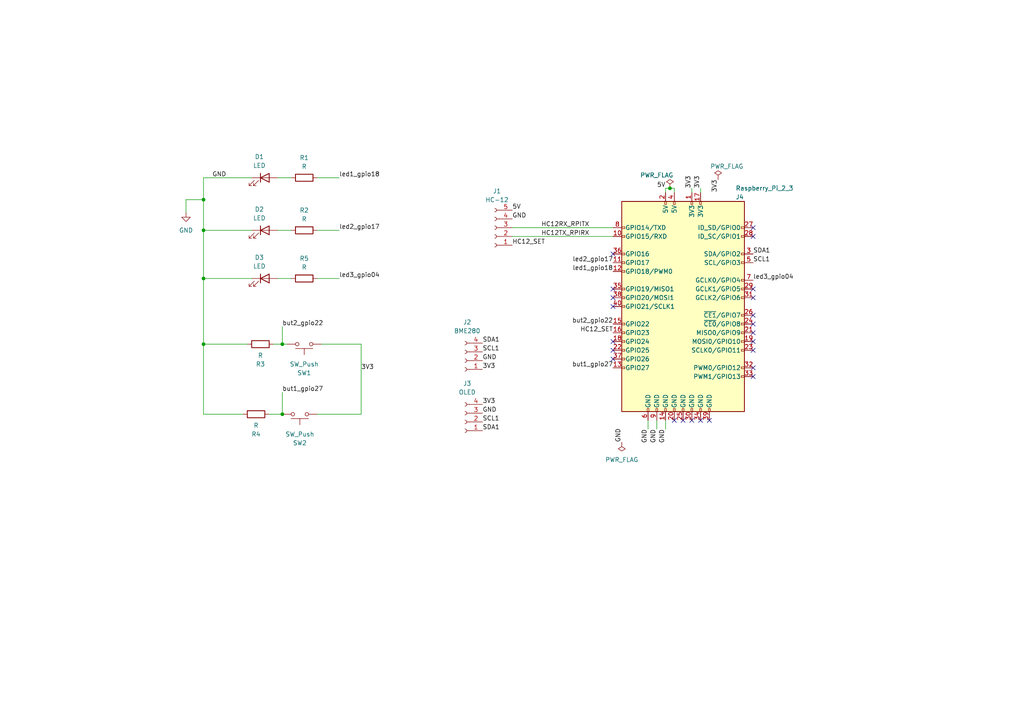
<source format=kicad_sch>
(kicad_sch (version 20211123) (generator eeschema)
  (paper "A4")
  (lib_symbols
    (symbol "Connector:Conn_01x04_Female" (pin_names (offset 1.016) hide)
      (property "Reference" "J" (at 0 5.08 0))
      (property "Value" "Conn_01x04_Female" (at 0 -7.62 0))
      (symbol "Conn_01x04_Female_1_1"
        (arc (start 0 -4.572) (mid -0.508 -5.08) (end 0 -5.588) (stroke (width 0.1524)))
        (arc (start 0 -2.032) (mid -0.508 -2.54) (end 0 -3.048) (stroke (width 0.1524)))
        (polyline (pts (xy -1.27 -5.08) (xy -0.508 -5.08)) (stroke (width 0.1524)))
        (polyline (pts (xy -1.27 -2.54) (xy -0.508 -2.54)) (stroke (width 0.1524)))
        (polyline (pts (xy -1.27 0) (xy -0.508 0)) (stroke (width 0.1524)))
        (polyline (pts (xy -1.27 2.54) (xy -0.508 2.54)) (stroke (width 0.1524)))
        (arc (start 0 0.508) (mid -0.508 0) (end 0 -0.508) (stroke (width 0.1524)))
        (arc (start 0 3.048) (mid -0.508 2.54) (end 0 2.032) (stroke (width 0.1524)))
        (pin passive line (at -5.08 2.54 0) (length 3.81) (name "Pin_1") (number "1"))
        (pin passive line (at -5.08 0 0) (length 3.81) (name "Pin_2") (number "2"))
        (pin passive line (at -5.08 -2.54 0) (length 3.81) (name "Pin_3") (number "3"))
        (pin passive line (at -5.08 -5.08 0) (length 3.81) (name "Pin_4") (number "4"))
      )
    )
    (symbol "Connector:Conn_01x05_Female" (pin_names (offset 1.016) hide)
      (property "Reference" "J" (at 0 7.62 0))
      (property "Value" "Conn_01x05_Female" (at 0 -7.62 0))
      (symbol "Conn_01x05_Female_1_1"
        (arc (start 0 -4.572) (mid -0.508 -5.08) (end 0 -5.588) (stroke (width 0.1524)))
        (arc (start 0 -2.032) (mid -0.508 -2.54) (end 0 -3.048) (stroke (width 0.1524)))
        (polyline (pts (xy -1.27 -5.08) (xy -0.508 -5.08)) (stroke (width 0.1524)))
        (polyline (pts (xy -1.27 -2.54) (xy -0.508 -2.54)) (stroke (width 0.1524)))
        (polyline (pts (xy -1.27 0) (xy -0.508 0)) (stroke (width 0.1524)))
        (polyline (pts (xy -1.27 2.54) (xy -0.508 2.54)) (stroke (width 0.1524)))
        (polyline (pts (xy -1.27 5.08) (xy -0.508 5.08)) (stroke (width 0.1524)))
        (arc (start 0 0.508) (mid -0.508 0) (end 0 -0.508) (stroke (width 0.1524)))
        (arc (start 0 3.048) (mid -0.508 2.54) (end 0 2.032) (stroke (width 0.1524)))
        (arc (start 0 5.588) (mid -0.508 5.08) (end 0 4.572) (stroke (width 0.1524)))
        (pin passive line (at -5.08 5.08 0) (length 3.81) (name "Pin_1") (number "1"))
        (pin passive line (at -5.08 2.54 0) (length 3.81) (name "Pin_2") (number "2"))
        (pin passive line (at -5.08 0 0) (length 3.81) (name "Pin_3") (number "3"))
        (pin passive line (at -5.08 -2.54 0) (length 3.81) (name "Pin_4") (number "4"))
        (pin passive line (at -5.08 -5.08 0) (length 3.81) (name "Pin_5") (number "5"))
      )
    )
    (symbol "Connector:Raspberry_Pi_2_3" (pin_names (offset 1.016))
      (property "Reference" "J" (at -17.78 31.75 0))
      (property "Value" "Raspberry_Pi_2_3" (at 10.16 -31.75 0))
      (symbol "Raspberry_Pi_2_3_0_1"
        (rectangle (start -17.78 30.48) (end 17.78 -30.48) (stroke (width 0.254)) (fill (type background)))
      )
      (symbol "Raspberry_Pi_2_3_1_1"
        (rectangle (start -16.891 -17.526) (end -17.78 -18.034))
        (rectangle (start -16.891 -14.986) (end -17.78 -15.494))
        (rectangle (start -16.891 -12.446) (end -17.78 -12.954))
        (rectangle (start -16.891 -9.906) (end -17.78 -10.414))
        (rectangle (start -16.891 -7.366) (end -17.78 -7.874))
        (rectangle (start -16.891 -4.826) (end -17.78 -5.334))
        (rectangle (start -16.891 0.254) (end -17.78 -0.254))
        (rectangle (start -16.891 2.794) (end -17.78 2.286))
        (rectangle (start -16.891 5.334) (end -17.78 4.826))
        (rectangle (start -16.891 10.414) (end -17.78 9.906))
        (rectangle (start -16.891 12.954) (end -17.78 12.446))
        (rectangle (start -16.891 15.494) (end -17.78 14.986))
        (rectangle (start -16.891 20.574) (end -17.78 20.066))
        (rectangle (start -16.891 23.114) (end -17.78 22.606))
        (rectangle (start -10.414 -29.591) (end -9.906 -30.48))
        (rectangle (start -7.874 -29.591) (end -7.366 -30.48))
        (rectangle (start -5.334 -29.591) (end -4.826 -30.48))
        (rectangle (start -5.334 30.48) (end -4.826 29.591))
        (rectangle (start -2.794 -29.591) (end -2.286 -30.48))
        (rectangle (start -2.794 30.48) (end -2.286 29.591))
        (rectangle (start -0.254 -29.591) (end 0.254 -30.48))
        (rectangle (start 2.286 -29.591) (end 2.794 -30.48))
        (rectangle (start 2.286 30.48) (end 2.794 29.591))
        (rectangle (start 4.826 -29.591) (end 5.334 -30.48))
        (rectangle (start 4.826 30.48) (end 5.334 29.591))
        (rectangle (start 7.366 -29.591) (end 7.874 -30.48))
        (rectangle (start 17.78 -20.066) (end 16.891 -20.574))
        (rectangle (start 17.78 -17.526) (end 16.891 -18.034))
        (rectangle (start 17.78 -12.446) (end 16.891 -12.954))
        (rectangle (start 17.78 -9.906) (end 16.891 -10.414))
        (rectangle (start 17.78 -7.366) (end 16.891 -7.874))
        (rectangle (start 17.78 -4.826) (end 16.891 -5.334))
        (rectangle (start 17.78 -2.286) (end 16.891 -2.794))
        (rectangle (start 17.78 2.794) (end 16.891 2.286))
        (rectangle (start 17.78 5.334) (end 16.891 4.826))
        (rectangle (start 17.78 7.874) (end 16.891 7.366))
        (rectangle (start 17.78 12.954) (end 16.891 12.446))
        (rectangle (start 17.78 15.494) (end 16.891 14.986))
        (rectangle (start 17.78 20.574) (end 16.891 20.066))
        (rectangle (start 17.78 23.114) (end 16.891 22.606))
        (pin power_in line (at 2.54 33.02 270) (length 2.54) (name "3V3") (number "1"))
        (pin bidirectional line (at -20.32 20.32 0) (length 2.54) (name "GPIO15/RXD") (number "10"))
        (pin bidirectional line (at -20.32 12.7 0) (length 2.54) (name "GPIO17") (number "11"))
        (pin bidirectional line (at -20.32 10.16 0) (length 2.54) (name "GPIO18/PWM0") (number "12"))
        (pin bidirectional line (at -20.32 -17.78 0) (length 2.54) (name "GPIO27") (number "13"))
        (pin power_in line (at -5.08 -33.02 90) (length 2.54) (name "GND") (number "14"))
        (pin bidirectional line (at -20.32 -5.08 0) (length 2.54) (name "GPIO22") (number "15"))
        (pin bidirectional line (at -20.32 -7.62 0) (length 2.54) (name "GPIO23") (number "16"))
        (pin power_in line (at 5.08 33.02 270) (length 2.54) (name "3V3") (number "17"))
        (pin bidirectional line (at -20.32 -10.16 0) (length 2.54) (name "GPIO24") (number "18"))
        (pin bidirectional line (at 20.32 -10.16 180) (length 2.54) (name "MOSI0/GPIO10") (number "19"))
        (pin power_in line (at -5.08 33.02 270) (length 2.54) (name "5V") (number "2"))
        (pin power_in line (at -2.54 -33.02 90) (length 2.54) (name "GND") (number "20"))
        (pin bidirectional line (at 20.32 -7.62 180) (length 2.54) (name "MISO0/GPIO9") (number "21"))
        (pin bidirectional line (at -20.32 -12.7 0) (length 2.54) (name "GPIO25") (number "22"))
        (pin bidirectional line (at 20.32 -12.7 180) (length 2.54) (name "SCLK0/GPIO11") (number "23"))
        (pin bidirectional line (at 20.32 -5.08 180) (length 2.54) (name "~{CE0}/GPIO8") (number "24"))
        (pin power_in line (at 0 -33.02 90) (length 2.54) (name "GND") (number "25"))
        (pin bidirectional line (at 20.32 -2.54 180) (length 2.54) (name "~{CE1}/GPIO7") (number "26"))
        (pin bidirectional line (at 20.32 22.86 180) (length 2.54) (name "ID_SD/GPIO0") (number "27"))
        (pin bidirectional line (at 20.32 20.32 180) (length 2.54) (name "ID_SC/GPIO1") (number "28"))
        (pin bidirectional line (at 20.32 5.08 180) (length 2.54) (name "GCLK1/GPIO5") (number "29"))
        (pin bidirectional line (at 20.32 15.24 180) (length 2.54) (name "SDA/GPIO2") (number "3"))
        (pin power_in line (at 2.54 -33.02 90) (length 2.54) (name "GND") (number "30"))
        (pin bidirectional line (at 20.32 2.54 180) (length 2.54) (name "GCLK2/GPIO6") (number "31"))
        (pin bidirectional line (at 20.32 -17.78 180) (length 2.54) (name "PWM0/GPIO12") (number "32"))
        (pin bidirectional line (at 20.32 -20.32 180) (length 2.54) (name "PWM1/GPIO13") (number "33"))
        (pin power_in line (at 5.08 -33.02 90) (length 2.54) (name "GND") (number "34"))
        (pin bidirectional line (at -20.32 5.08 0) (length 2.54) (name "GPIO19/MISO1") (number "35"))
        (pin bidirectional line (at -20.32 15.24 0) (length 2.54) (name "GPIO16") (number "36"))
        (pin bidirectional line (at -20.32 -15.24 0) (length 2.54) (name "GPIO26") (number "37"))
        (pin bidirectional line (at -20.32 2.54 0) (length 2.54) (name "GPIO20/MOSI1") (number "38"))
        (pin power_in line (at 7.62 -33.02 90) (length 2.54) (name "GND") (number "39"))
        (pin power_in line (at -2.54 33.02 270) (length 2.54) (name "5V") (number "4"))
        (pin bidirectional line (at -20.32 0 0) (length 2.54) (name "GPIO21/SCLK1") (number "40"))
        (pin bidirectional line (at 20.32 12.7 180) (length 2.54) (name "SCL/GPIO3") (number "5"))
        (pin power_in line (at -10.16 -33.02 90) (length 2.54) (name "GND") (number "6"))
        (pin bidirectional line (at 20.32 7.62 180) (length 2.54) (name "GCLK0/GPIO4") (number "7"))
        (pin bidirectional line (at -20.32 22.86 0) (length 2.54) (name "GPIO14/TXD") (number "8"))
        (pin power_in line (at -7.62 -33.02 90) (length 2.54) (name "GND") (number "9"))
      )
    )
    (symbol "Device:LED" (pin_numbers hide) (pin_names (offset 1.016) hide)
      (property "Reference" "D" (at 0 2.54 0))
      (property "Value" "LED" (at 0 -2.54 0))
      (symbol "LED_0_1"
        (polyline (pts (xy -1.27 -1.27) (xy -1.27 1.27)) (stroke (width 0.254)))
        (polyline (pts (xy -1.27 0) (xy 1.27 0)))
        (polyline (pts (xy 1.27 -1.27) (xy 1.27 1.27) (xy -1.27 0) (xy 1.27 -1.27)) (stroke (width 0.254)))
        (polyline (pts (xy -3.048 -0.762) (xy -4.572 -2.286) (xy -3.81 -2.286) (xy -4.572 -2.286) (xy -4.572 -1.524)))
        (polyline (pts (xy -1.778 -0.762) (xy -3.302 -2.286) (xy -2.54 -2.286) (xy -3.302 -2.286) (xy -3.302 -1.524)))
      )
      (symbol "LED_1_1"
        (pin passive line (at -3.81 0 0) (length 2.54) (name "K") (number "1"))
        (pin passive line (at 3.81 0 180) (length 2.54) (name "A") (number "2"))
      )
    )
    (symbol "Device:R" (pin_numbers hide) (pin_names (offset 0))
      (property "Reference" "R" (at 2.032 0 90))
      (property "Value" "R" (at 0 0 90))
      (symbol "R_0_1"
        (rectangle (start -1.016 -2.54) (end 1.016 2.54) (stroke (width 0.254)))
      )
      (symbol "R_1_1"
        (pin passive line (at 0 3.81 270) (length 1.27) (name "~") (number "1"))
        (pin passive line (at 0 -3.81 90) (length 1.27) (name "~") (number "2"))
      )
    )
    (symbol "Switch:SW_Push" (pin_numbers hide) (pin_names (offset 1.016) hide)
      (property "Reference" "SW" (at 1.27 2.54 0))
      (property "Value" "SW_Push" (at 0 -1.524 0))
      (symbol "SW_Push_0_1"
        (circle (center -2.032 0) (radius 0.508))
        (polyline (pts (xy 0 1.27) (xy 0 3.048)))
        (polyline (pts (xy 2.54 1.27) (xy -2.54 1.27)))
        (circle (center 2.032 0) (radius 0.508))
        (pin passive line (at -5.08 0 0) (length 2.54) (name "1") (number "1"))
        (pin passive line (at 5.08 0 180) (length 2.54) (name "2") (number "2"))
      )
    )
    (symbol "power:GND" (power) (pin_names (offset 0))
      (property "Value" "GND" (at 0 -3.81 0))
      (symbol "GND_0_1"
        (polyline (pts (xy 0 0) (xy 0 -1.27) (xy 1.27 -1.27) (xy 0 -2.54) (xy -1.27 -1.27) (xy 0 -1.27)))
      )
      (symbol "GND_1_1"
        (pin power_in line (at 0 0 270) (length 0) hide (name "GND") (number "1"))
      )
    )
    (symbol "power:PWR_FLAG" (power) (pin_numbers hide) (pin_names (offset 0) hide)
      (property "Value" "PWR_FLAG" (at 0 3.81 0))
      (symbol "PWR_FLAG_0_0"
        (pin power_out line (at 0 0 90) (length 0) (name "pwr") (number "1"))
      )
      (symbol "PWR_FLAG_0_1"
        (polyline (pts (xy 0 0) (xy 0 1.27) (xy -1.016 1.905) (xy 0 2.54) (xy 1.016 1.905) (xy 0 1.27)))
      )
    )
  )
  (junction (at 59.0296 66.802))
  (junction (at 59.0296 80.772))
  (junction (at 81.8896 99.822))
  (junction (at 59.0296 57.912))
  (junction (at 59.0296 99.822))
  (junction (at 81.8896 120.142))
  (junction (at 194.31 54.61))
  (no_connect (at 177.8 83.82))
  (no_connect (at 177.8 104.14))
  (no_connect (at 218.44 109.22))
  (no_connect (at 218.44 99.06))
  (no_connect (at 218.44 96.52))
  (no_connect (at 218.44 101.6))
  (no_connect (at 218.44 91.44))
  (no_connect (at 218.44 93.98))
  (no_connect (at 218.44 106.68))
  (no_connect (at 218.44 68.58))
  (no_connect (at 218.44 86.36))
  (no_connect (at 218.44 83.82))
  (no_connect (at 218.44 66.04))
  (no_connect (at 198.12 121.92))
  (no_connect (at 203.2 121.92))
  (no_connect (at 205.74 121.92))
  (no_connect (at 195.58 121.92))
  (no_connect (at 200.66 121.92))
  (no_connect (at 177.8 101.6))
  (no_connect (at 177.8 88.9))
  (no_connect (at 177.8 99.06))
  (no_connect (at 177.8 86.36))
  (no_connect (at 177.8 73.66))
  (wire (pts (xy 59.0296 99.822) (xy 59.0296 120.142)))
  (wire (pts (xy 81.8896 120.142) (xy 78.0796 120.142)))
  (wire (pts (xy 193.04 124.46) (xy 193.04 121.92)))
  (wire (pts (xy 187.96 121.92) (xy 187.96 124.46)))
  (wire (pts (xy 59.0296 66.802) (xy 59.0296 80.772)))
  (wire (pts (xy 200.66 55.88) (xy 200.66 54.61)))
  (wire (pts (xy 81.8896 99.822) (xy 79.3496 99.822)))
  (wire (pts (xy 59.0296 120.142) (xy 70.4596 120.142)))
  (wire (pts (xy 203.2 54.61) (xy 203.2 55.88)))
  (wire (pts (xy 148.59 66.04) (xy 177.8 66.04)))
  (wire (pts (xy 92.0496 66.802) (xy 98.3996 66.802)))
  (wire (pts (xy 193.04 54.61) (xy 194.31 54.61)))
  (wire (pts (xy 83.1596 99.822) (xy 81.8896 99.822)))
  (wire (pts (xy 81.8896 94.742) (xy 81.8896 99.822)))
  (wire (pts (xy 195.58 54.61) (xy 195.58 55.88)))
  (wire (pts (xy 71.7296 99.822) (xy 59.0296 99.822)))
  (wire (pts (xy 92.0496 120.142) (xy 104.7496 120.142)))
  (wire (pts (xy 72.9996 51.562) (xy 59.0296 51.562)))
  (wire (pts (xy 104.7496 99.822) (xy 93.3196 99.822)))
  (wire (pts (xy 92.0496 51.562) (xy 98.3996 51.562)))
  (wire (pts (xy 80.6196 66.802) (xy 84.4296 66.802)))
  (wire (pts (xy 190.5 121.92) (xy 190.5 124.46)))
  (wire (pts (xy 81.8896 113.792) (xy 81.8896 120.142)))
  (wire (pts (xy 193.04 55.88) (xy 193.04 54.61)))
  (wire (pts (xy 92.0496 80.772) (xy 98.3996 80.772)))
  (wire (pts (xy 194.31 54.61) (xy 195.58 54.61)))
  (wire (pts (xy 59.0296 80.772) (xy 72.9996 80.772)))
  (wire (pts (xy 104.7496 99.822) (xy 104.7496 120.142)))
  (wire (pts (xy 59.0296 66.802) (xy 72.9996 66.802)))
  (wire (pts (xy 59.0296 80.772) (xy 59.0296 99.822)))
  (wire (pts (xy 53.9496 57.912) (xy 59.0296 57.912)))
  (wire (pts (xy 53.9496 61.722) (xy 53.9496 57.912)))
  (wire (pts (xy 80.6196 80.772) (xy 84.4296 80.772)))
  (wire (pts (xy 59.0296 51.562) (xy 59.0296 57.912)))
  (wire (pts (xy 59.0296 57.912) (xy 59.0296 66.802)))
  (wire (pts (xy 148.59 68.58) (xy 177.8 68.58)))
  (wire (pts (xy 80.6196 51.562) (xy 84.4296 51.562)))
  (label "SCL1" (at 139.954 102.0572 0))
  (label "HC12TX_RPIRX" (at 156.972 68.58 0))
  (label "3V3" (at 200.66 54.61 90))
  (label "led2_gpio17" (at 98.3996 66.802 0))
  (label "GND" (at 139.954 119.8372 0))
  (label "but1_gpio27" (at 177.8 106.68 180))
  (label "SCL1" (at 218.44 76.2 0))
  (label "but2_gpio22" (at 81.8896 94.742 0))
  (label "led2_gpio17" (at 177.8 76.2 180))
  (label "3V3" (at 139.954 117.2972 0))
  (label "GND" (at 187.96 124.46 270))
  (label "5V" (at 193.04 54.61 180))
  (label "led1_gpio18" (at 98.3996 51.562 0))
  (label "GND" (at 190.5 124.46 270))
  (label "3V3" (at 139.954 107.1372 0))
  (label "led3_gpio04" (at 98.3996 80.772 0))
  (label "but1_gpio27" (at 81.8896 113.792 0))
  (label "GND" (at 61.5696 51.562 0))
  (label "SDA1" (at 139.954 99.5172 0))
  (label "GND" (at 193.04 124.46 270))
  (label "led3_gpio04" (at 218.44 81.28 0))
  (label "SDA1" (at 218.44 73.66 0))
  (label "3V3" (at 203.2 54.61 90))
  (label "GND" (at 139.954 104.5972 0))
  (label "SDA1" (at 139.954 124.9172 0))
  (label "GND" (at 148.59 63.5 0))
  (label "but2_gpio22" (at 177.8 93.98 180))
  (label "5V" (at 148.59 60.96 0))
  (label "HC12_SET" (at 148.59 71.12 0))
  (label "HC12_SET" (at 177.8 96.52 180))
  (label "3V3" (at 208.28 52.07 270))
  (label "GND" (at 180.34 128.27 90))
  (label "SCL1" (at 139.954 122.3772 0))
  (label "HC12RX_RPITX" (at 156.972 66.04 0))
  (label "3V3" (at 104.7496 107.442 0))
  (label "led1_gpio18" (at 177.8 78.74 180))
  (symbol (lib_id "power:PWR_FLAG") (at 180.34 128.27 180) (unit 1)
    (property "Reference" "#FLG0101" (effects hide))
    (property "Value" "PWR_FLAG" (at 180.34 133.35 0))
  )
  (symbol (lib_id "Connector:Conn_01x04_Female") (at 134.874 104.5972 180) (unit 1)
    (property "Reference" "J2" (at 135.509 93.4437 0))
    (property "Value" "BME280" (at 135.509 95.9837 0))
    (property "Footprint" "Connector_PinSocket_2.54mm:PinSocket_1x04_P2.54mm_Vertical" (effects hide))
  )
  (symbol (lib_id "Device:R") (at 88.2396 51.562 90) (unit 1)
    (property "Reference" "R1" (at 88.2396 45.7593 90))
    (property "Value" "R" (at 88.2396 48.2993 90))
    (property "Footprint" "Resistor_SMD:R_0805_2012Metric" (effects hide))
  )
  (symbol (lib_id "Connector:Conn_01x05_Female") (at 143.51 66.04 180) (unit 1)
    (property "Reference" "J1" (at 144.145 55.4266 0))
    (property "Value" "HC-12" (at 144.145 57.9666 0))
    (property "Footprint" "Connector_PinSocket_2.54mm:PinSocket_1x05_P2.54mm_Vertical" (effects hide))
    (property "Datasheet or more details" "https://dev.drun.net/2017/05/10/reading-hc-12-from-rpi-and-sending-to-domoticz/" (effects hide))
  )
  (symbol (lib_id "power:GND") (at 53.9496 61.722 0) (unit 1)
    (property "Reference" "#PWR0101" (effects hide))
    (property "Value" "GND" (at 53.9496 66.802 0))
  )
  (symbol (lib_id "Device:LED") (at 76.8096 51.562 0) (unit 1)
    (property "Reference" "D1" (at 75.2221 45.4685 0))
    (property "Value" "LED" (at 75.2221 48.0085 0))
    (property "Footprint" "LED_SMD:LED_0805_2012Metric" (effects hide))
  )
  (symbol (lib_id "Device:R") (at 74.2696 120.142 270) (unit 1)
    (property "Reference" "R4" (at 74.2696 125.9447 90))
    (property "Value" "R" (at 74.2696 123.4047 90))
    (property "Footprint" "Resistor_SMD:R_0805_2012Metric" (effects hide))
  )
  (symbol (lib_id "Switch:SW_Push") (at 88.2396 99.822 180) (unit 1)
    (property "Reference" "SW1" (at 88.2396 108.1614 0))
    (property "Value" "SW_Push" (at 88.2396 105.6214 0))
    (property "Footprint" "Button_Switch_THT:SW_PUSH_6mm_H4.3mm" (effects hide))
  )
  (symbol (lib_id "Switch:SW_Push") (at 86.9696 120.142 180) (unit 1)
    (property "Reference" "SW2" (at 86.9696 128.4814 0))
    (property "Value" "SW_Push" (at 86.9696 125.9414 0))
    (property "Footprint" "Button_Switch_THT:SW_PUSH_6mm_H4.3mm" (effects hide))
  )
  (symbol (lib_id "Device:LED") (at 76.8096 80.772 0) (unit 1)
    (property "Reference" "D3" (at 75.2221 74.6785 0))
    (property "Value" "LED" (at 75.2221 77.2185 0))
    (property "Footprint" "LED_SMD:LED_0805_2012Metric" (effects hide))
  )
  (symbol (lib_id "Connector:Raspberry_Pi_2_3") (at 198.12 88.9 0) (unit 1)
    (property "Reference" "J4" (at 213.36 57.15 0) (effects (justify left)))
    (property "Value" "Raspberry_Pi_2_3" (at 213.36 54.61 0) (effects (justify left)))
    (property "Footprint" "Connector_PinSocket_2.54mm:PinSocket_2x09_P2.54mm_Vertical" (effects hide))
    (property "Datasheet" "https://www.raspberrypi.org/documentation/hardware/raspberrypi/schematics/rpi_SCH_3bplus_1p0_reduced.pdf" (effects hide))
  )
  (symbol (lib_id "Device:R") (at 75.5396 99.822 270) (unit 1)
    (property "Reference" "R3" (at 75.5396 105.6247 90))
    (property "Value" "R" (at 75.5396 103.0847 90))
    (property "Footprint" "Resistor_SMD:R_0805_2012Metric" (effects hide))
  )
  (symbol (lib_id "power:PWR_FLAG") (at 208.28 52.07 0) (unit 1)
    (property "Reference" "#FLG0102" (effects hide))
    (property "Value" "PWR_FLAG" (at 210.82 48.26 0))
  )
  (symbol (lib_id "Device:R") (at 88.2396 80.772 90) (unit 1)
    (property "Reference" "R5" (at 88.2396 74.9693 90))
    (property "Value" "R" (at 88.2396 77.5093 90))
    (property "Footprint" "Resistor_SMD:R_0805_2012Metric" (effects hide))
  )
  (symbol (lib_id "power:PWR_FLAG") (at 194.31 54.61 0) (unit 1)
    (property "Reference" "#FLG0103" (effects hide))
    (property "Value" "PWR_FLAG" (at 190.5 50.8 0))
  )
  (symbol (lib_id "Device:LED") (at 76.8096 66.802 0) (unit 1)
    (property "Reference" "D2" (at 75.2221 60.7085 0))
    (property "Value" "LED" (at 75.2221 63.2485 0))
    (property "Footprint" "LED_SMD:LED_0805_2012Metric" (effects hide))
  )
  (symbol (lib_id "Device:R") (at 88.2396 66.802 90) (unit 1)
    (property "Reference" "R2" (at 88.2396 60.9993 90))
    (property "Value" "R" (at 88.2396 63.5393 90))
    (property "Footprint" "Resistor_SMD:R_0805_2012Metric" (effects hide))
  )
  (symbol (lib_id "Connector:Conn_01x04_Female") (at 134.874 122.3772 180) (unit 1)
    (property "Reference" "J3" (at 135.509 111.2237 0))
    (property "Value" "OLED" (at 135.509 113.7637 0))
    (property "Footprint" "Connector_PinSocket_2.54mm:PinSocket_1x04_P2.54mm_Vertical" (effects hide))
    (property "Datasheet or more details" "https://learn.adafruit.com/ssd1306-oled-displays-with-raspberry-pi-and-beaglebone-black/wiring" (effects hide))
  )
)
</source>
